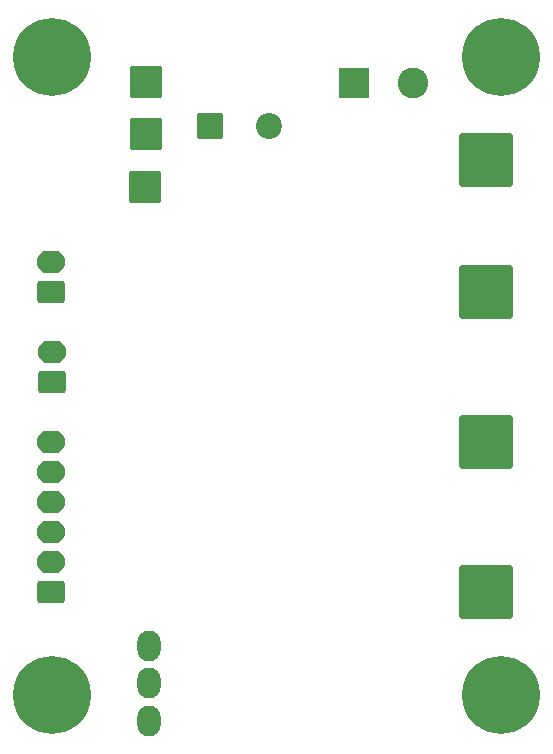
<source format=gbr>
%TF.GenerationSoftware,KiCad,Pcbnew,6.0.2+dfsg-1*%
%TF.CreationDate,2023-01-07T19:56:01+01:00*%
%TF.ProjectId,hBridge3620,68427269-6467-4653-9336-32302e6b6963,1.0*%
%TF.SameCoordinates,Original*%
%TF.FileFunction,Soldermask,Top*%
%TF.FilePolarity,Negative*%
%FSLAX46Y46*%
G04 Gerber Fmt 4.6, Leading zero omitted, Abs format (unit mm)*
G04 Created by KiCad (PCBNEW 6.0.2+dfsg-1) date 2023-01-07 19:56:01*
%MOMM*%
%LPD*%
G01*
G04 APERTURE LIST*
G04 Aperture macros list*
%AMRoundRect*
0 Rectangle with rounded corners*
0 $1 Rounding radius*
0 $2 $3 $4 $5 $6 $7 $8 $9 X,Y pos of 4 corners*
0 Add a 4 corners polygon primitive as box body*
4,1,4,$2,$3,$4,$5,$6,$7,$8,$9,$2,$3,0*
0 Add four circle primitives for the rounded corners*
1,1,$1+$1,$2,$3*
1,1,$1+$1,$4,$5*
1,1,$1+$1,$6,$7*
1,1,$1+$1,$8,$9*
0 Add four rect primitives between the rounded corners*
20,1,$1+$1,$2,$3,$4,$5,0*
20,1,$1+$1,$4,$5,$6,$7,0*
20,1,$1+$1,$6,$7,$8,$9,0*
20,1,$1+$1,$8,$9,$2,$3,0*%
G04 Aperture macros list end*
%ADD10RoundRect,0.349999X-1.950001X-1.950001X1.950001X-1.950001X1.950001X1.950001X-1.950001X1.950001X0*%
%ADD11RoundRect,0.100000X-1.200000X-1.200000X1.200000X-1.200000X1.200000X1.200000X-1.200000X1.200000X0*%
%ADD12C,2.600000*%
%ADD13RoundRect,0.350000X0.845000X-0.620000X0.845000X0.620000X-0.845000X0.620000X-0.845000X-0.620000X0*%
%ADD14O,2.390000X1.940000*%
%ADD15RoundRect,0.100000X1.250000X-1.250000X1.250000X1.250000X-1.250000X1.250000X-1.250000X-1.250000X0*%
%ADD16RoundRect,0.100000X-1.000000X-1.000000X1.000000X-1.000000X1.000000X1.000000X-1.000000X1.000000X0*%
%ADD17C,2.200000*%
%ADD18C,1.000000*%
%ADD19C,6.600000*%
%ADD20O,2.000000X2.600000*%
G04 APERTURE END LIST*
D10*
%TO.C,M2*%
X17715000Y7075000D03*
%TD*%
D11*
%TO.C,C5*%
X6566041Y24765000D03*
D12*
X11566041Y24765000D03*
%TD*%
D13*
%TO.C,M3*%
X-19095000Y-18288000D03*
D14*
X-19095000Y-15748000D03*
X-19095000Y-13208000D03*
X-19095000Y-10668000D03*
X-19095000Y-8128000D03*
X-19095000Y-5588000D03*
%TD*%
D15*
%TO.C,TP3*%
X-11176000Y16002000D03*
%TD*%
%TO.C,TP1*%
X-11073500Y24827000D03*
%TD*%
D10*
%TO.C,M1*%
X17715000Y18280000D03*
%TD*%
D13*
%TO.C,P1*%
X-19115000Y7112000D03*
D14*
X-19115000Y9652000D03*
%TD*%
D16*
%TO.C,C2*%
X-5669677Y21162000D03*
D17*
X-669677Y21162000D03*
%TD*%
D18*
%TO.C,H1*%
X21400000Y27000000D03*
X19000000Y29400000D03*
X20697056Y28697056D03*
D19*
X19000000Y27000000D03*
D18*
X17302944Y25302944D03*
X20697056Y25302944D03*
X19000000Y24600000D03*
X17302944Y28697056D03*
X16600000Y27000000D03*
%TD*%
%TO.C,H2*%
X16600000Y-27000000D03*
X20697056Y-28697056D03*
X19000000Y-24600000D03*
X21400000Y-27000000D03*
X20697056Y-25302944D03*
X17302944Y-28697056D03*
X17302944Y-25302944D03*
D19*
X19000000Y-27000000D03*
D18*
X19000000Y-29400000D03*
%TD*%
D15*
%TO.C,TP2*%
X-11073500Y20447000D03*
%TD*%
D18*
%TO.C,H4*%
X-21400000Y-27000000D03*
X-17302944Y-25302944D03*
D19*
X-19000000Y-27000000D03*
D18*
X-20697056Y-25302944D03*
X-19000000Y-24600000D03*
X-16600000Y-27000000D03*
X-19000000Y-29400000D03*
X-20697056Y-28697056D03*
X-17302944Y-28697056D03*
%TD*%
%TO.C,H3*%
X-19000000Y24600000D03*
X-16600000Y27000000D03*
X-19000000Y29400000D03*
X-20697056Y28697056D03*
X-17302944Y28697056D03*
X-20697056Y25302944D03*
X-17302944Y25302944D03*
X-21400000Y27000000D03*
D19*
X-19000000Y27000000D03*
%TD*%
D10*
%TO.C,OUTA1*%
X17715000Y-5625000D03*
%TD*%
D13*
%TO.C,P2*%
X-19050000Y-508000D03*
D14*
X-19050000Y2032000D03*
%TD*%
D10*
%TO.C,OUTB1*%
X17715000Y-18325000D03*
%TD*%
D20*
%TO.C,D17*%
X-10795000Y-29210000D03*
%TD*%
%TO.C,D16*%
X-10795000Y-26035000D03*
%TD*%
%TO.C,D13*%
X-10795000Y-22860000D03*
%TD*%
M02*

</source>
